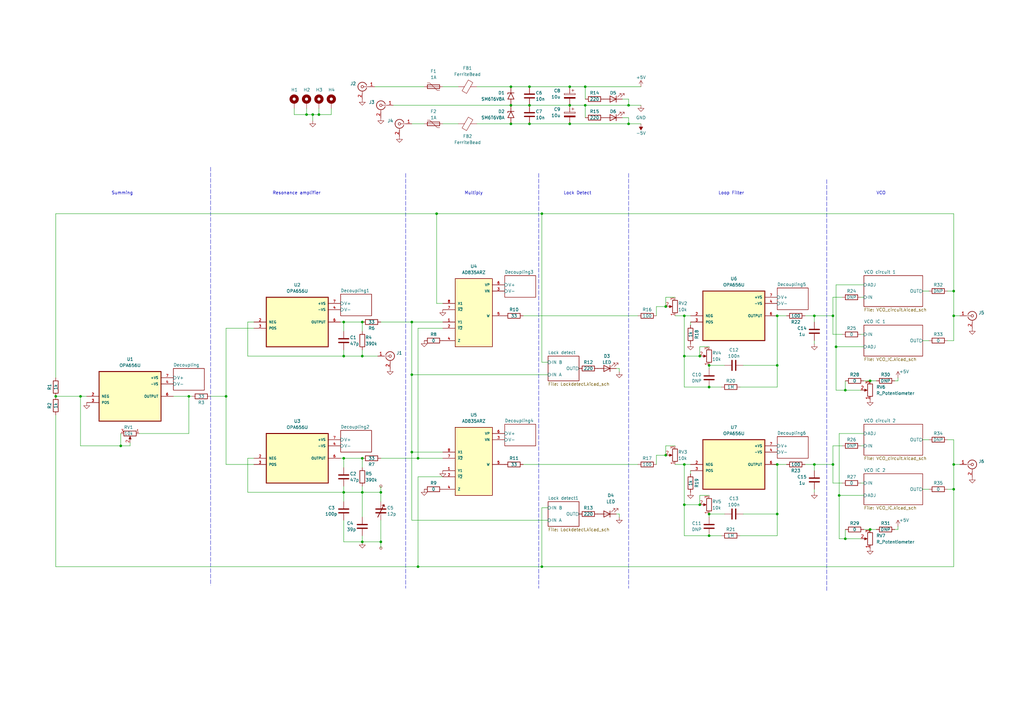
<source format=kicad_sch>
(kicad_sch (version 20230121) (generator eeschema)
  (paper "A3")
  (junction (at 318.77 190.5))
  (junction (at 318.77 210.82))
  (junction (at 342.9 142.24))
  (junction (at 391.16 119.38))
  (junction (at 209.55 50.8))
  (junction (at 346.71 220.98))
  (junction (at 140.97 146.05))
  (junction (at 179.07 87.63))
  (junction (at 217.17 35.56))
  (junction (at 280.67 129.54))
  (junction (at 273.05 186.69))
  (junction (at 341.63 129.54))
  (junction (at 287.02 146.05))
  (junction (at 148.59 222.25))
  (junction (at 125.73 46.99))
  (junction (at 280.67 146.05))
  (junction (at 140.97 187.96))
  (junction (at 391.16 200.66))
  (junction (at 156.21 201.93))
  (junction (at 273.05 125.73))
  (junction (at 222.25 87.63))
  (junction (at 148.59 201.93))
  (junction (at 280.67 190.5))
  (junction (at 209.55 43.18))
  (junction (at 318.77 149.86))
  (junction (at 233.68 50.8))
  (junction (at 171.45 187.96))
  (junction (at 290.83 210.82))
  (junction (at 356.87 217.17))
  (junction (at 222.25 232.41))
  (junction (at 140.97 132.08))
  (junction (at 217.17 50.8))
  (junction (at 168.91 185.42))
  (junction (at 346.71 160.02))
  (junction (at 290.83 219.71))
  (junction (at 156.21 222.25))
  (junction (at 257.81 50.8))
  (junction (at 391.16 190.5))
  (junction (at 257.81 43.18))
  (junction (at 334.01 129.54))
  (junction (at 287.02 207.01))
  (junction (at 168.91 132.08))
  (junction (at 148.59 146.05))
  (junction (at 168.91 153.67))
  (junction (at 240.03 35.56))
  (junction (at 356.87 156.21))
  (junction (at 130.81 46.99))
  (junction (at 33.02 162.56))
  (junction (at 391.16 129.54))
  (junction (at 22.86 162.56))
  (junction (at 209.55 35.56))
  (junction (at 148.59 187.96))
  (junction (at 280.67 207.01))
  (junction (at 233.68 35.56))
  (junction (at 217.17 43.18))
  (junction (at 148.59 132.08))
  (junction (at 341.63 190.5))
  (junction (at 49.53 182.88))
  (junction (at 171.45 232.41))
  (junction (at 77.47 162.56))
  (junction (at 334.01 190.5))
  (junction (at 318.77 129.54))
  (junction (at 233.68 43.18))
  (junction (at 344.17 203.2))
  (junction (at 140.97 201.93))
  (junction (at 240.03 43.18))
  (junction (at 92.71 162.56))
  (junction (at 128.27 46.99))
  (junction (at 290.83 149.86))
  (junction (at 290.83 158.75))
  (wire (pts (xy 240.03 43.18) (xy 240.03 48.26)))
  (wire (pts (xy 252.73 151.13) (xy 254 151.13)))
  (wire (pts (xy 368.3 217.17) (xy 368.3 215.9)))
  (wire (pts (xy 22.86 87.63) (xy 179.07 87.63)))
  (wire (pts (xy 224.79 213.36) (xy 168.91 213.36)))
  (wire (pts (xy 257.81 40.64) (xy 257.81 43.18)))
  (wire (pts (xy 344.17 220.98) (xy 344.17 203.2)))
  (wire (pts (xy 77.47 162.56) (xy 78.74 162.56)))
  (wire (pts (xy 346.71 220.98) (xy 353.06 220.98)))
  (wire (pts (xy 378.46 119.38) (xy 381 119.38)))
  (wire (pts (xy 130.81 44.45) (xy 130.81 46.99)))
  (wire (pts (xy 356.87 156.21) (xy 359.41 156.21)))
  (wire (pts (xy 257.81 40.64) (xy 255.27 40.64)))
  (wire (pts (xy 181.61 195.58) (xy 171.45 195.58)))
  (wire (pts (xy 334.01 190.5) (xy 341.63 190.5)))
  (wire (pts (xy 391.16 190.5) (xy 391.16 200.66)))
  (wire (pts (xy 101.6 132.08) (xy 101.6 146.05)))
  (wire (pts (xy 252.73 210.82) (xy 254 210.82)))
  (wire (pts (xy 156.21 201.93) (xy 156.21 205.74)))
  (wire (pts (xy 240.03 35.56) (xy 233.68 35.56)))
  (polyline (pts (xy 86.36 68.58) (xy 86.36 240.03)) (stroke (width 0) (type dash)))
  (wire (pts (xy 344.17 203.2) (xy 354.33 203.2)))
  (wire (pts (xy 303.53 219.71) (xy 318.77 219.71)))
  (wire (pts (xy 318.77 190.5) (xy 322.58 190.5)))
  (wire (pts (xy 388.62 139.7) (xy 391.16 139.7)))
  (wire (pts (xy 280.67 207.01) (xy 287.02 207.01)))
  (wire (pts (xy 233.68 50.8) (xy 217.17 50.8)))
  (wire (pts (xy 391.16 129.54) (xy 393.7 129.54)))
  (wire (pts (xy 168.91 213.36) (xy 168.91 185.42)))
  (wire (pts (xy 161.29 43.18) (xy 209.55 43.18)))
  (wire (pts (xy 140.97 201.93) (xy 140.97 205.74)))
  (wire (pts (xy 101.6 146.05) (xy 140.97 146.05)))
  (wire (pts (xy 153.67 35.56) (xy 173.99 35.56)))
  (wire (pts (xy 257.81 48.26) (xy 257.81 50.8)))
  (wire (pts (xy 290.83 210.82) (xy 297.18 210.82)))
  (wire (pts (xy 171.45 187.96) (xy 181.61 187.96)))
  (wire (pts (xy 104.14 190.5) (xy 92.71 190.5)))
  (wire (pts (xy 140.97 222.25) (xy 148.59 222.25)))
  (wire (pts (xy 317.5 129.54) (xy 318.77 129.54)))
  (wire (pts (xy 290.83 158.75) (xy 280.67 158.75)))
  (wire (pts (xy 391.16 180.34) (xy 391.16 190.5)))
  (wire (pts (xy 33.02 182.88) (xy 49.53 182.88)))
  (wire (pts (xy 318.77 129.54) (xy 318.77 149.86)))
  (wire (pts (xy 318.77 210.82) (xy 304.8 210.82)))
  (wire (pts (xy 354.33 142.24) (xy 342.9 142.24)))
  (wire (pts (xy 139.7 132.08) (xy 140.97 132.08)))
  (wire (pts (xy 181.61 124.46) (xy 179.07 124.46)))
  (wire (pts (xy 391.16 139.7) (xy 391.16 129.54)))
  (wire (pts (xy 269.24 129.54) (xy 269.24 125.73)))
  (wire (pts (xy 367.03 156.21) (xy 368.3 156.21)))
  (wire (pts (xy 378.46 180.34) (xy 381 180.34)))
  (wire (pts (xy 217.17 35.56) (xy 209.55 35.56)))
  (wire (pts (xy 217.17 50.8) (xy 209.55 50.8)))
  (wire (pts (xy 287.02 142.24) (xy 287.02 146.05)))
  (wire (pts (xy 346.71 220.98) (xy 346.71 217.17)))
  (wire (pts (xy 341.63 182.88) (xy 341.63 190.5)))
  (wire (pts (xy 367.03 217.17) (xy 368.3 217.17)))
  (wire (pts (xy 345.44 137.16) (xy 341.63 137.16)))
  (wire (pts (xy 353.06 182.88) (xy 354.33 182.88)))
  (wire (pts (xy 378.46 200.66) (xy 381 200.66)))
  (wire (pts (xy 342.9 160.02) (xy 346.71 160.02)))
  (wire (pts (xy 214.63 129.54) (xy 261.62 129.54)))
  (wire (pts (xy 262.89 43.18) (xy 257.81 43.18)))
  (wire (pts (xy 222.25 87.63) (xy 391.16 87.63)))
  (wire (pts (xy 354.33 116.84) (xy 342.9 116.84)))
  (wire (pts (xy 181.61 50.8) (xy 187.96 50.8)))
  (wire (pts (xy 273.05 182.88) (xy 273.05 186.69)))
  (wire (pts (xy 92.71 162.56) (xy 92.71 134.62)))
  (wire (pts (xy 148.59 222.25) (xy 156.21 222.25)))
  (wire (pts (xy 222.25 232.41) (xy 391.16 232.41)))
  (wire (pts (xy 77.47 162.56) (xy 71.12 162.56)))
  (wire (pts (xy 318.77 129.54) (xy 322.58 129.54)))
  (wire (pts (xy 140.97 201.93) (xy 148.59 201.93)))
  (wire (pts (xy 287.02 203.2) (xy 287.02 207.01)))
  (wire (pts (xy 168.91 153.67) (xy 224.79 153.67)))
  (wire (pts (xy 290.83 210.82) (xy 290.83 212.09)))
  (wire (pts (xy 353.06 121.92) (xy 354.33 121.92)))
  (wire (pts (xy 101.6 201.93) (xy 140.97 201.93)))
  (wire (pts (xy 57.15 177.8) (xy 77.47 177.8)))
  (wire (pts (xy 125.73 44.45) (xy 125.73 46.99)))
  (polyline (pts (xy 257.81 71.12) (xy 257.81 241.3)) (stroke (width 0) (type dash)))
  (wire (pts (xy 156.21 187.96) (xy 171.45 187.96)))
  (wire (pts (xy 341.63 137.16) (xy 341.63 129.54)))
  (wire (pts (xy 334.01 200.66) (xy 334.01 201.93)))
  (wire (pts (xy 168.91 132.08) (xy 168.91 153.67)))
  (wire (pts (xy 354.33 217.17) (xy 356.87 217.17)))
  (wire (pts (xy 148.59 222.25) (xy 148.59 219.71)))
  (wire (pts (xy 334.01 139.7) (xy 334.01 140.97)))
  (wire (pts (xy 290.83 219.71) (xy 280.67 219.71)))
  (wire (pts (xy 120.65 46.99) (xy 125.73 46.99)))
  (wire (pts (xy 140.97 213.36) (xy 140.97 222.25)))
  (wire (pts (xy 181.61 35.56) (xy 187.96 35.56)))
  (polyline (pts (xy 166.37 71.12) (xy 166.37 241.3)) (stroke (width 0) (type dash)))
  (wire (pts (xy 356.87 217.17) (xy 359.41 217.17)))
  (wire (pts (xy 148.59 146.05) (xy 154.94 146.05)))
  (wire (pts (xy 148.59 187.96) (xy 148.59 191.77)))
  (wire (pts (xy 139.7 187.96) (xy 140.97 187.96)))
  (wire (pts (xy 171.45 195.58) (xy 171.45 232.41)))
  (wire (pts (xy 330.2 129.54) (xy 334.01 129.54)))
  (wire (pts (xy 148.59 132.08) (xy 148.59 135.89)))
  (polyline (pts (xy 339.09 73.66) (xy 339.09 242.57)) (stroke (width 0) (type dash)))
  (wire (pts (xy 181.61 134.62) (xy 171.45 134.62)))
  (wire (pts (xy 148.59 201.93) (xy 156.21 201.93)))
  (wire (pts (xy 354.33 137.16) (xy 353.06 137.16)))
  (wire (pts (xy 346.71 160.02) (xy 353.06 160.02)))
  (wire (pts (xy 140.97 187.96) (xy 148.59 187.96)))
  (wire (pts (xy 391.16 200.66) (xy 391.16 232.41)))
  (wire (pts (xy 49.53 182.88) (xy 53.34 182.88)))
  (wire (pts (xy 92.71 134.62) (xy 104.14 134.62)))
  (wire (pts (xy 318.77 190.5) (xy 318.77 210.82)))
  (wire (pts (xy 354.33 198.12) (xy 353.06 198.12)))
  (wire (pts (xy 344.17 220.98) (xy 346.71 220.98)))
  (wire (pts (xy 276.86 190.5) (xy 280.67 190.5)))
  (wire (pts (xy 290.83 149.86) (xy 290.83 151.13)))
  (wire (pts (xy 368.3 156.21) (xy 368.3 154.94)))
  (wire (pts (xy 280.67 129.54) (xy 283.21 129.54)))
  (wire (pts (xy 156.21 222.25) (xy 156.21 224.79)))
  (wire (pts (xy 53.34 182.88) (xy 53.34 181.61)))
  (wire (pts (xy 388.62 200.66) (xy 391.16 200.66)))
  (wire (pts (xy 388.62 119.38) (xy 391.16 119.38)))
  (wire (pts (xy 276.86 129.54) (xy 280.67 129.54)))
  (wire (pts (xy 388.62 180.34) (xy 391.16 180.34)))
  (wire (pts (xy 179.07 87.63) (xy 222.25 87.63)))
  (wire (pts (xy 209.55 35.56) (xy 195.58 35.56)))
  (wire (pts (xy 148.59 201.93) (xy 148.59 212.09)))
  (wire (pts (xy 240.03 43.18) (xy 233.68 43.18)))
  (wire (pts (xy 280.67 146.05) (xy 280.67 158.75)))
  (wire (pts (xy 168.91 132.08) (xy 181.61 132.08)))
  (wire (pts (xy 179.07 87.63) (xy 179.07 124.46)))
  (wire (pts (xy 283.21 132.08) (xy 283.21 133.35)))
  (wire (pts (xy 354.33 177.8) (xy 344.17 177.8)))
  (wire (pts (xy 354.33 156.21) (xy 356.87 156.21)))
  (wire (pts (xy 168.91 50.8) (xy 173.99 50.8)))
  (wire (pts (xy 330.2 190.5) (xy 334.01 190.5)))
  (wire (pts (xy 33.02 162.56) (xy 35.56 162.56)))
  (wire (pts (xy 317.5 190.5) (xy 318.77 190.5)))
  (wire (pts (xy 233.68 35.56) (xy 217.17 35.56)))
  (wire (pts (xy 156.21 213.36) (xy 156.21 222.25)))
  (wire (pts (xy 140.97 132.08) (xy 148.59 132.08)))
  (wire (pts (xy 262.89 35.56) (xy 240.03 35.56)))
  (wire (pts (xy 33.02 162.56) (xy 33.02 182.88)))
  (wire (pts (xy 22.86 162.56) (xy 33.02 162.56)))
  (wire (pts (xy 269.24 190.5) (xy 269.24 186.69)))
  (wire (pts (xy 334.01 129.54) (xy 334.01 132.08)))
  (wire (pts (xy 156.21 201.93) (xy 156.21 199.39)))
  (wire (pts (xy 125.73 46.99) (xy 128.27 46.99)))
  (wire (pts (xy 269.24 125.73) (xy 273.05 125.73)))
  (wire (pts (xy 290.83 149.86) (xy 297.18 149.86)))
  (wire (pts (xy 168.91 185.42) (xy 181.61 185.42)))
  (wire (pts (xy 269.24 186.69) (xy 273.05 186.69)))
  (wire (pts (xy 22.86 87.63) (xy 22.86 154.94)))
  (wire (pts (xy 86.36 162.56) (xy 92.71 162.56)))
  (wire (pts (xy 104.14 132.08) (xy 101.6 132.08)))
  (wire (pts (xy 135.89 46.99) (xy 135.89 44.45)))
  (wire (pts (xy 140.97 132.08) (xy 140.97 135.89)))
  (wire (pts (xy 168.91 153.67) (xy 168.91 185.42)))
  (wire (pts (xy 104.14 187.96) (xy 101.6 187.96)))
  (wire (pts (xy 254 151.13) (xy 254 152.4)))
  (wire (pts (xy 171.45 134.62) (xy 171.45 187.96)))
  (wire (pts (xy 318.77 158.75) (xy 318.77 149.86)))
  (wire (pts (xy 257.81 48.26) (xy 255.27 48.26)))
  (wire (pts (xy 224.79 148.59) (xy 222.25 148.59)))
  (wire (pts (xy 276.86 182.88) (xy 273.05 182.88)))
  (wire (pts (xy 280.67 207.01) (xy 280.67 219.71)))
  (wire (pts (xy 92.71 162.56) (xy 92.71 190.5)))
  (wire (pts (xy 318.77 149.86) (xy 304.8 149.86)))
  (wire (pts (xy 345.44 198.12) (xy 341.63 198.12)))
  (wire (pts (xy 233.68 50.8) (xy 257.81 50.8)))
  (wire (pts (xy 22.86 232.41) (xy 171.45 232.41)))
  (wire (pts (xy 130.81 46.99) (xy 135.89 46.99)))
  (wire (pts (xy 273.05 121.92) (xy 273.05 125.73)))
  (wire (pts (xy 240.03 35.56) (xy 240.03 40.64)))
  (wire (pts (xy 140.97 199.39) (xy 140.97 201.93)))
  (wire (pts (xy 391.16 119.38) (xy 391.16 129.54)))
  (wire (pts (xy 171.45 232.41) (xy 222.25 232.41)))
  (wire (pts (xy 345.44 182.88) (xy 341.63 182.88)))
  (wire (pts (xy 280.67 146.05) (xy 287.02 146.05)))
  (wire (pts (xy 233.68 43.18) (xy 217.17 43.18)))
  (wire (pts (xy 341.63 198.12) (xy 341.63 190.5)))
  (wire (pts (xy 290.83 142.24) (xy 287.02 142.24)))
  (wire (pts (xy 101.6 187.96) (xy 101.6 201.93)))
  (wire (pts (xy 257.81 43.18) (xy 240.03 43.18)))
  (wire (pts (xy 280.67 190.5) (xy 280.67 207.01)))
  (wire (pts (xy 140.97 146.05) (xy 148.59 146.05)))
  (wire (pts (xy 222.25 208.28) (xy 222.25 232.41)))
  (wire (pts (xy 334.01 190.5) (xy 334.01 193.04)))
  (wire (pts (xy 295.91 158.75) (xy 290.83 158.75)))
  (wire (pts (xy 318.77 219.71) (xy 318.77 210.82)))
  (wire (pts (xy 344.17 177.8) (xy 344.17 203.2)))
  (wire (pts (xy 276.86 121.92) (xy 273.05 121.92)))
  (wire (pts (xy 128.27 46.99) (xy 130.81 46.99)))
  (wire (pts (xy 148.59 201.93) (xy 148.59 199.39)))
  (wire (pts (xy 120.65 44.45) (xy 120.65 46.99)))
  (wire (pts (xy 342.9 142.24) (xy 342.9 160.02)))
  (wire (pts (xy 283.21 193.04) (xy 283.21 194.31)))
  (wire (pts (xy 140.97 143.51) (xy 140.97 146.05)))
  (wire (pts (xy 295.91 219.71) (xy 290.83 219.71)))
  (wire (pts (xy 254 210.82) (xy 254 212.09)))
  (wire (pts (xy 209.55 43.18) (xy 217.17 43.18)))
  (wire (pts (xy 341.63 121.92) (xy 345.44 121.92)))
  (wire (pts (xy 280.67 129.54) (xy 280.67 146.05)))
  (polyline (pts (xy 220.98 71.12) (xy 220.98 241.3)) (stroke (width 0) (type dash)))
  (wire (pts (xy 257.81 50.8) (xy 262.89 50.8)))
  (wire (pts (xy 342.9 116.84) (xy 342.9 142.24)))
  (wire (pts (xy 391.16 87.63) (xy 391.16 119.38)))
  (wire (pts (xy 214.63 190.5) (xy 261.62 190.5)))
  (wire (pts (xy 341.63 129.54) (xy 341.63 121.92)))
  (wire (pts (xy 222.25 148.59) (xy 222.25 87.63)))
  (wire (pts (xy 22.86 170.18) (xy 22.86 232.41)))
  (wire (pts (xy 280.67 190.5) (xy 283.21 190.5)))
  (wire (pts (xy 140.97 187.96) (xy 140.97 191.77)))
  (wire (pts (xy 77.47 177.8) (xy 77.47 162.56)))
  (wire (pts (xy 303.53 158.75) (xy 318.77 158.75)))
  (wire (pts (xy 378.46 139.7) (xy 381 139.7)))
  (wire (pts (xy 156.21 132.08) (xy 168.91 132.08)))
  (wire (pts (xy 49.53 177.8) (xy 49.53 182.88)))
  (wire (pts (xy 128.27 46.99) (xy 128.27 49.53)))
  (wire (pts (xy 391.16 190.5) (xy 393.7 190.5)))
  (wire (pts (xy 334.01 129.54) (xy 341.63 129.54)))
  (wire (pts (xy 346.71 160.02) (xy 346.71 156.21)))
  (wire (pts (xy 148.59 146.05) (xy 148.59 143.51)))
  (wire (pts (xy 224.79 208.28) (xy 222.25 208.28)))
  (wire (pts (xy 290.83 203.2) (xy 287.02 203.2)))
  (wire (pts (xy 209.55 50.8) (xy 195.58 50.8)))
  (text "VCO\n" (at 359.41 80.01 0) (effects (font (size 1.27 1.27)) (justify left bottom)))
  (text "Loop Filter" (at 294.64 80.01 0) (effects (font (size 1.27 1.27)) (justify left bottom)))
  (text "Multiply\n" (at 190.5 80.01 0) (effects (font (size 1.27 1.27)) (justify left bottom)))
  (text "Summing\n" (at 45.72 80.01 0) (effects (font (size 1.27 1.27)) (justify left bottom)))
  (text "Lock Detect" (at 231.14 80.01 0) (effects (font (size 1.27 1.27)) (justify left bottom)))
  (text "Resonance amplifier" (at 111.76 80.01 0) (effects (font (size 1.27 1.27)) (justify left bottom)))
  (symbol (lib_id "power:GND") (at 283.21 140.97 0) (unit 1)
    (property "Reference" "#PWR014" (effects hide))
    (property "Value" "GND" (effects hide))
  )
  (symbol (lib_id "Device:R") (at 363.22 217.17 270) (unit 1)
    (property "Reference" "R31" (at 363.22 214.63 90))
    (property "Value" "DNP" (at 363.22 217.17 90))
    (property "Footprint" "Resistor_SMD:R_1206_3216Metric_Pad1.30x1.75mm_HandSolder" (effects hide))
  )
  (symbol (lib_id "Device:R_Potentiometer") (at 53.34 177.8 270) (unit 1)
    (property "Reference" "RV1" (at 54.61 175.26 90) (effects (justify right)))
    (property "Value" "10k" (at 54.61 177.8 90) (effects (justify right)))
    (property "Footprint" "Potentiometer_THT:Potentiometer_Bourns_3296Y_Vertical" (effects hide))
  )
  (symbol (lib_id "Device:R") (at 350.52 156.21 90) (unit 1)
    (property "Reference" "R28" (at 350.52 153.67 90))
    (property "Value" "0" (at 350.52 156.21 90))
    (property "Footprint" "Resistor_SMD:R_1206_3216Metric_Pad1.30x1.75mm_HandSolder" (effects hide))
  )
  (symbol (lib_id "Device:R") (at 384.81 139.7 90) (unit 1)
    (property "Reference" "R33" (at 384.81 137.16 90))
    (property "Value" "0" (at 384.81 139.7 90))
    (property "Footprint" "Resistor_SMD:R_1206_3216Metric_Pad1.30x1.75mm_HandSolder" (effects hide))
  )
  (symbol (lib_id "Diode:SM6T6V8A") (at 209.55 46.99 90) (mirror x) (unit 1)
    (property "Reference" "D2" (at 207.01 45.72 90) (effects (justify left)))
    (property "Value" "SM6T6V8A" (at 207.01 48.26 90) (effects (justify left)))
    (property "Footprint" "Diode_SMD:D_2114_3652Metric_Pad1.85x3.75mm_HandSolder" (effects hide))
    (property "Datasheet" "https://www.st.com/resource/en/datasheet/sm6t.pdf" (effects hide))
  )
  (symbol (lib_id "power:GND") (at 398.78 195.58 0) (unit 1)
    (property "Reference" "#PWR023" (effects hide))
    (property "Value" "GND" (effects hide))
  )
  (symbol (lib_id "Device:C") (at 290.83 154.94 180) (unit 1)
    (property "Reference" "C10" (at 285.75 153.67 0))
    (property "Value" "DNP" (at 285.75 156.21 0))
    (property "Footprint" "Capacitor_SMD:C_1206_3216Metric" (effects hide))
  )
  (symbol (lib_id "power:+5V") (at 368.3 215.9 0) (unit 1)
    (property "Reference" "#PWR021" (effects hide))
    (property "Value" "+5V" (at 370.84 213.36 0))
  )
  (symbol (lib_id "Device:R_Potentiometer") (at 276.86 125.73 180) (unit 1)
    (property "Reference" "RV2" (at 278.13 124.46 0) (effects (justify right)))
    (property "Value" "10k" (at 278.13 127 0) (effects (justify right)))
    (property "Footprint" "Potentiometer_THT:Potentiometer_Bourns_3296Y_Vertical" (effects hide))
  )
  (symbol (lib_id "Device:R") (at 265.43 129.54 90) (unit 1)
    (property "Reference" "R16" (at 265.43 127 90))
    (property "Value" "100" (at 265.43 129.54 90))
    (property "Footprint" "Resistor_SMD:R_1206_3216Metric_Pad1.30x1.75mm_HandSolder" (effects hide))
  )
  (symbol (lib_id "AD835ARZ:AD835ARZ") (at 194.31 129.54 0) (unit 1)
    (property "Reference" "U4" (at 194.31 109.22 0))
    (property "Value" "AD835ARZ" (at 194.31 111.76 0))
    (property "Footprint" "Package_SO:SOIC-8_3.9x4.9mm_P1.27mm" (effects hide))
    (property "MF" "Analog Devices" (effects hide))
    (property "Description" "\n                        \n                            250 MHz, Voltage Output 4-Quadrant Multiplier\n                        \n" (effects hide))
    (property "PACKAGE" "SOIC-8" (effects hide))
    (property "Price" "None" (effects hide))
    (property "Package" "SOIC-8 Analog Devices" (effects hide))
    (property "Check_prices" "https://www.snapeda.com/parts/AD835ARZ/Analog+Devices/view-part/?ref=eda" (effects hide))
    (property "STANDARD" "IPC-7351B" (effects hide))
    (property "PARTREV" "E" (effects hide))
    (property "SnapEDA_Link" "https://www.snapeda.com/parts/AD835ARZ/Analog+Devices/view-part/?ref=snap" (effects hide))
    (property "MP" "AD835ARZ" (effects hide))
    (property "Availability" "In Stock" (effects hide))
    (property "MANUFACTURER" "Analog Devices" (effects hide))
  )
  (symbol (lib_id "power:GND") (at 283.21 201.93 0) (unit 1)
    (property "Reference" "#PWR015" (effects hide))
    (property "Value" "GND" (effects hide))
  )
  (symbol (lib_id "Device:R") (at 241.3 210.82 90) (unit 1)
    (property "Reference" "R13" (at 241.3 208.28 90))
    (property "Value" "220" (at 241.3 210.82 90))
    (property "Footprint" "Resistor_SMD:R_1206_3216Metric_Pad1.30x1.75mm_HandSolder" (effects hide))
  )
  (symbol (lib_id "Connector:TestPoint_Small") (at 156.21 199.39 90) (unit 1)
    (property "Reference" "TP1" (effects hide))
    (property "Value" "TestPoint_Small" (effects hide))
    (property "Footprint" "TestPoint:TestPoint_Pad_2.0x2.0mm" (effects hide))
  )
  (symbol (lib_id "Device:C_Variable") (at 156.21 209.55 0) (unit 1)
    (property "Reference" "C5" (at 158.75 208.28 0) (effects (justify left)))
    (property "Value" "12p" (at 158.75 210.82 0) (effects (justify left)))
    (property "Footprint" "lib:Trimmer Cap 6mm" (effects hide))
  )
  (symbol (lib_id "Device:R") (at 210.82 129.54 90) (unit 1)
    (property "Reference" "R10" (at 210.82 127 90))
    (property "Value" "33" (at 210.82 129.54 90))
    (property "Footprint" "Resistor_SMD:R_1206_3216Metric_Pad1.30x1.75mm_HandSolder" (effects hide))
  )
  (symbol (lib_id "Device:C") (at 148.59 215.9 0) (unit 1)
    (property "Reference" "C4" (at 142.24 214.63 0) (effects (justify left)))
    (property "Value" "39p" (at 142.24 217.17 0) (effects (justify left)))
    (property "Footprint" "Capacitor_SMD:C_1206_3216Metric" (effects hide))
  )
  (symbol (lib_id "Connector:Conn_Coaxial") (at 156.21 43.18 0) (mirror y) (unit 1)
    (property "Reference" "J3" (at 153.67 41.91 0) (effects (justify left)))
    (property "Value" "Conn_Coaxial" (effects hide))
    (property "Footprint" "lib:S16N-PC" (effects hide))
    (property "Datasheet" " ~" (effects hide))
  )
  (symbol (lib_id "power:GND") (at 398.78 134.62 0) (unit 1)
    (property "Reference" "#PWR022" (effects hide))
    (property "Value" "GND" (effects hide))
  )
  (symbol (lib_id "Device:R") (at 349.25 182.88 90) (unit 1)
    (property "Reference" "R26" (at 349.25 180.34 90))
    (property "Value" "DNP" (at 349.25 182.88 90))
    (property "Footprint" "Resistor_SMD:R_1206_3216Metric_Pad1.30x1.75mm_HandSolder" (effects hide))
  )
  (symbol (lib_id "Connector:Conn_Coaxial") (at 148.59 35.56 0) (mirror y) (unit 1)
    (property "Reference" "J2" (at 146.05 34.29 0) (effects (justify left)))
    (property "Value" "Conn_Coaxial" (effects hide))
    (property "Footprint" "lib:S16N-PC" (effects hide))
    (property "Datasheet" " ~" (effects hide))
  )
  (symbol (lib_id "Connector:TestPoint_Small") (at 156.21 224.79 270) (unit 1)
    (property "Reference" "TP2" (effects hide))
    (property "Value" "TestPoint_Small" (effects hide))
    (property "Footprint" "TestPoint:TestPoint_Pad_2.0x2.0mm" (effects hide))
  )
  (symbol (lib_id "OPA656U:OPA656U") (at 121.92 187.96 0) (unit 1)
    (property "Reference" "U3" (at 121.92 172.72 0))
    (property "Value" "OPA656U" (at 121.92 175.26 0))
    (property "Footprint" "Package_SO:SOIC-8_3.9x4.9mm_P1.27mm" (effects hide))
    (property "MF" "Texas Instruments" (effects hide))
    (property "Description" "\n                        \n                            Wideband, Unity Gain Stable FET-Input Operational Amplifier\n                        \n" (effects hide))
    (property "Package" "SOIC-8 Texas Instruments" (effects hide))
    (property "Price" "None" (effects hide))
    (property "SnapEDA_Link" "https://www.snapeda.com/parts/OPA656U/Texas+Instruments/view-part/?ref=snap" (effects hide))
    (property "MP" "OPA656U" (effects hide))
    (property "Availability" "In Stock" (effects hide))
    (property "Check_prices" "https://www.snapeda.com/parts/OPA656U/Texas+Instruments/view-part/?ref=eda" (effects hide))
  )
  (symbol (lib_id "power:+5V") (at 368.3 154.94 0) (unit 1)
    (property "Reference" "#PWR020" (effects hide))
    (property "Value" "+5V" (at 370.84 152.4 0))
  )
  (symbol (lib_id "power:GND") (at 128.27 49.53 0) (unit 1)
    (property "Reference" "#PWR02" (effects hide))
    (property "Value" "GND" (effects hide))
  )
  (symbol (lib_id "Device:C") (at 217.17 39.37 0) (unit 1)
    (property "Reference" "C6" (at 219.71 38.1 0) (effects (justify left)))
    (property "Value" "10n" (at 219.71 40.64 0) (effects (justify left)))
    (property "Footprint" "Capacitor_SMD:C_1206_3216Metric" (effects hide))
  )
  (symbol (lib_id "Device:R") (at 326.39 129.54 90) (unit 1)
    (property "Reference" "R22" (at 326.39 132.08 90))
    (property "Value" "100" (at 326.39 129.54 90))
    (property "Footprint" "Resistor_SMD:R_1206_3216Metric_Pad1.30x1.75mm_HandSolder" (effects hide))
  )
  (symbol (lib_id "power:GND") (at 181.61 193.04 0) (unit 1)
    (property "Reference" "#PWR08" (effects hide))
    (property "Value" "GND" (effects hide))
  )
  (symbol (lib_id "Device:R") (at 22.86 158.75 180) (unit 1)
    (property "Reference" "R1" (at 20.32 158.75 90))
    (property "Value" "1k" (at 22.86 158.75 90))
    (property "Footprint" "Resistor_SMD:R_1206_3216Metric_Pad1.30x1.75mm_HandSolder" (effects hide))
  )
  (symbol (lib_id "Device:R") (at 299.72 219.71 90) (unit 1)
    (property "Reference" "R21" (at 299.72 217.17 90))
    (property "Value" "1M" (at 299.72 219.71 90))
    (property "Footprint" "Resistor_SMD:R_1206_3216Metric_Pad1.30x1.75mm_HandSolder" (effects hide))
  )
  (symbol (lib_id "power:GND") (at 262.89 43.18 0) (mirror y) (unit 1)
    (property "Reference" "#PWR012" (effects hide))
    (property "Value" "GND" (at 262.89 48.26 0))
  )
  (symbol (lib_id "Device:C") (at 140.97 139.7 0) (unit 1)
    (property "Reference" "C1" (at 143.51 138.43 0) (effects (justify left)))
    (property "Value" "47p" (at 143.51 140.97 0) (effects (justify left)))
    (property "Footprint" "Capacitor_SMD:C_1206_3216Metric" (effects hide))
  )
  (symbol (lib_id "AD835ARZ:AD835ARZ") (at 194.31 190.5 0) (unit 1)
    (property "Reference" "U5" (at 194.31 170.18 0))
    (property "Value" "AD835ARZ" (at 194.31 172.72 0))
    (property "Footprint" "Package_SO:SOIC-8_3.9x4.9mm_P1.27mm" (effects hide))
    (property "MF" "Analog Devices" (effects hide))
    (property "Description" "\n                        \n                            250 MHz, Voltage Output 4-Quadrant Multiplier\n                        \n" (effects hide))
    (property "PACKAGE" "SOIC-8" (effects hide))
    (property "Price" "None" (effects hide))
    (property "Package" "SOIC-8 Analog Devices" (effects hide))
    (property "Check_prices" "https://www.snapeda.com/parts/AD835ARZ/Analog+Devices/view-part/?ref=eda" (effects hide))
    (property "STANDARD" "IPC-7351B" (effects hide))
    (property "PARTREV" "E" (effects hide))
    (property "SnapEDA_Link" "https://www.snapeda.com/parts/AD835ARZ/Analog+Devices/view-part/?ref=snap" (effects hide))
    (property "MP" "AD835ARZ" (effects hide))
    (property "Availability" "In Stock" (effects hide))
    (property "MANUFACTURER" "Analog Devices" (effects hide))
  )
  (symbol (lib_id "Device:R_Potentiometer") (at 356.87 160.02 180) (unit 1)
    (property "Reference" "RV6" (at 359.41 158.75 0) (effects (justify right)))
    (property "Value" "R_Potentiometer" (at 359.41 161.29 0) (effects (justify right)))
    (property "Footprint" "lib:TRIM_3590S-2-103L" (effects hide))
  )
  (symbol (lib_id "Device:LED") (at 248.92 210.82 180) (unit 1)
    (property "Reference" "D4" (at 250.5075 203.2 0))
    (property "Value" "LED" (at 250.5075 205.74 0))
    (property "Footprint" "LED_THT:LED_D5.0mm_Clear" (effects hide))
  )
  (symbol (lib_id "Device:Polyfuse") (at 177.8 50.8 90) (mirror x) (unit 1)
    (property "Reference" "F2" (at 177.8 45.72 90))
    (property "Value" "1A" (at 177.8 48.26 90))
    (property "Footprint" "Fuse:Fuse_2920_7451Metric_Pad2.10x5.45mm_HandSolder" (effects hide))
  )
  (symbol (lib_id "power:GND") (at 334.01 201.93 0) (unit 1)
    (property "Reference" "#PWR017" (effects hide))
    (property "Value" "GND" (effects hide))
  )
  (symbol (lib_id "Device:C") (at 334.01 196.85 180) (unit 1)
    (property "Reference" "C15" (at 328.93 195.58 0))
    (property "Value" "1u" (at 328.93 198.12 0))
    (property "Footprint" "Capacitor_SMD:C_1210_3225Metric" (effects hide))
  )
  (symbol (lib_id "Connector:Conn_Coaxial") (at 398.78 190.5 0) (unit 1)
    (property "Reference" "J6" (at 401.32 189.23 0) (effects (justify left)))
    (property "Value" "Conn_Coaxial" (effects hide))
    (property "Footprint" "lib:SAMTEC_BNC5-J-P-GN-RA-BH2D" (effects hide))
    (property "Datasheet" " ~" (effects hide))
  )
  (symbol (lib_id "Device:C") (at 300.99 149.86 90) (unit 1)
    (property "Reference" "C12" (at 300.99 143.51 90))
    (property "Value" "100n" (at 300.99 146.05 90))
    (property "Footprint" "Capacitor_SMD:C_1206_3216Metric" (effects hide))
  )
  (symbol (lib_id "power:GND") (at 173.99 200.66 0) (unit 1)
    (property "Reference" "#PWR06" (effects hide))
    (property "Value" "GND" (effects hide))
  )
  (symbol (lib_id "Device:R") (at 299.72 158.75 90) (unit 1)
    (property "Reference" "R20" (at 299.72 156.21 90))
    (property "Value" "1M" (at 299.72 158.75 90))
    (property "Footprint" "Resistor_SMD:R_1206_3216Metric_Pad1.30x1.75mm_HandSolder" (effects hide))
  )
  (symbol (lib_id "power:+5V") (at 262.89 35.56 0) (mirror y) (unit 1)
    (property "Reference" "#PWR011" (effects hide))
    (property "Value" "+5V" (at 262.89 31.75 0))
  )
  (symbol (lib_id "Device:Polyfuse") (at 177.8 35.56 270) (mirror x) (unit 1)
    (property "Reference" "F1" (at 177.8 29.21 90))
    (property "Value" "1A" (at 177.8 31.75 90))
    (property "Footprint" "Fuse:Fuse_2920_7451Metric_Pad2.10x5.45mm_HandSolder" (effects hide))
  )
  (symbol (lib_id "power:GND") (at 334.01 140.97 0) (unit 1)
    (property "Reference" "#PWR016" (effects hide))
    (property "Value" "GND" (effects hide))
  )
  (symbol (lib_id "Device:C") (at 140.97 195.58 0) (unit 1)
    (property "Reference" "C2" (at 143.51 194.31 0) (effects (justify left)))
    (property "Value" "47p" (at 143.51 196.85 0) (effects (justify left)))
    (property "Footprint" "Capacitor_SMD:C_1206_3216Metric" (effects hide))
  )
  (symbol (lib_id "Device:C") (at 334.01 135.89 180) (unit 1)
    (property "Reference" "C14" (at 328.93 134.62 0))
    (property "Value" "1u" (at 328.93 137.16 0))
    (property "Footprint" "Capacitor_SMD:C_1210_3225Metric" (effects hide))
  )
  (symbol (lib_id "Device:R_Potentiometer") (at 290.83 146.05 180) (unit 1)
    (property "Reference" "RV4" (at 292.1 144.78 0) (effects (justify right)))
    (property "Value" "10k" (at 292.1 147.32 0) (effects (justify right)))
    (property "Footprint" "Potentiometer_THT:Potentiometer_Bourns_3296Y_Vertical" (effects hide))
  )
  (symbol (lib_id "Device:R_Potentiometer") (at 276.86 186.69 180) (unit 1)
    (property "Reference" "RV3" (at 278.13 185.42 0) (effects (justify right)))
    (property "Value" "10k" (at 278.13 187.96 0) (effects (justify right)))
    (property "Footprint" "Potentiometer_THT:Potentiometer_Bourns_3296Y_Vertical" (effects hide))
  )
  (symbol (lib_id "Device:LED") (at 251.46 48.26 180) (unit 1)
    (property "Reference" "D6" (at 251.46 45.72 0))
    (property "Value" "LED" (effects hide))
    (property "Footprint" "LED_THT:LED_D5.0mm_Clear" (effects hide))
  )
  (symbol (lib_id "Device:C") (at 217.17 46.99 0) (unit 1)
    (property "Reference" "C7" (at 219.71 45.72 0) (effects (justify left)))
    (property "Value" "10n" (at 219.71 48.26 0) (effects (justify left)))
    (property "Footprint" "Capacitor_SMD:C_1206_3216Metric" (effects hide))
  )
  (symbol (lib_id "Device:R") (at 22.86 166.37 180) (unit 1)
    (property "Reference" "R2" (at 20.32 166.37 90))
    (property "Value" "1k" (at 22.86 166.37 90))
    (property "Footprint" "Resistor_SMD:R_1206_3216Metric_Pad1.30x1.75mm_HandSolder" (effects hide))
  )
  (symbol (lib_id "Device:C") (at 300.99 210.82 90) (unit 1)
    (property "Reference" "C13" (at 300.99 204.47 90))
    (property "Value" "100n" (at 300.99 207.01 90))
    (property "Footprint" "Capacitor_SMD:C_1206_3216Metric" (effects hide))
  )
  (symbol (lib_id "Device:C_Polarized") (at 233.68 46.99 0) (mirror y) (unit 1)
    (property "Reference" "C9" (at 229.87 44.831 0) (effects (justify left)))
    (property "Value" "10u" (at 229.87 47.371 0) (effects (justify left)))
    (property "Footprint" "Capacitor_SMD:CP_Elec_8x11.9" (effects hide))
  )
  (symbol (lib_id "Device:C") (at 290.83 215.9 180) (unit 1)
    (property "Reference" "C11" (at 285.75 214.63 0))
    (property "Value" "DNP" (at 285.75 217.17 0))
    (property "Footprint" "Capacitor_SMD:C_1206_3216Metric" (effects hide))
  )
  (symbol (lib_id "power:GND") (at 181.61 127 0) (unit 1)
    (property "Reference" "#PWR07" (effects hide))
    (property "Value" "GND" (effects hide))
  )
  (symbol (lib_id "Device:R") (at 384.81 180.34 90) (unit 1)
    (property "Reference" "R34" (at 384.81 177.8 90))
    (property "Value" "DNP" (at 384.81 180.34 90))
    (property "Footprint" "Resistor_SMD:R_1206_3216Metric_Pad1.30x1.75mm_HandSolder" (effects hide))
  )
  (symbol (lib_id "Device:R") (at 152.4 132.08 90) (unit 1)
    (property "Reference" "R6" (at 152.4 134.62 90))
    (property "Value" "33" (at 152.4 132.08 90))
    (property "Footprint" "Resistor_SMD:R_1206_3216Metric_Pad1.30x1.75mm_HandSolder" (effects hide))
  )
  (symbol (lib_id "power:GND") (at 148.59 40.64 0) (mirror y) (unit 1)
    (property "Reference" "#PWR089" (effects hide))
    (property "Value" "GND" (effects hide))
  )
  (symbol (lib_id "power:GND") (at 356.87 163.83 0) (unit 1)
    (property "Reference" "#PWR018" (effects hide))
    (property "Value" "GND" (effects hide))
  )
  (symbol (lib_id "Connector:Conn_Coaxial") (at 160.02 146.05 0) (unit 1)
    (property "Reference" "J1" (at 162.56 144.78 0) (effects (justify left)))
    (property "Value" "Conn_Coaxial" (effects hide))
    (property "Footprint" "lib:SAMTEC_BNC5-J-P-GN-RA-BH2D" (effects hide))
    (property "Datasheet" " ~" (effects hide))
  )
  (symbol (lib_id "Device:R") (at 283.21 137.16 0) (unit 1)
    (property "Reference" "R18" (at 285.75 137.16 90))
    (property "Value" "1k" (at 283.21 137.16 90))
    (property "Footprint" "Resistor_SMD:R_1206_3216Metric_Pad1.30x1.75mm_HandSolder" (effects hide))
  )
  (symbol (lib_id "Device:R") (at 384.81 119.38 90) (unit 1)
    (property "Reference" "R32" (at 384.81 116.84 90))
    (property "Value" "DNP" (at 384.81 119.38 90))
    (property "Footprint" "Resistor_SMD:R_1206_3216Metric_Pad1.30x1.75mm_HandSolder" (effects hide))
  )
  (symbol (lib_id "power:GND") (at 35.56 165.1 0) (unit 1)
    (property "Reference" "#PWR01" (effects hide))
    (property "Value" "GND" (effects hide))
  )
  (symbol (lib_id "Device:R") (at 148.59 195.58 0) (unit 1)
    (property "Reference" "R5" (at 149.86 194.31 0) (effects (justify left)))
    (property "Value" "390k" (at 149.86 196.85 0) (effects (justify left)))
    (property "Footprint" "Resistor_SMD:R_1206_3216Metric_Pad1.30x1.75mm_HandSolder" (effects hide))
  )
  (symbol (lib_id "Device:R") (at 283.21 198.12 0) (unit 1)
    (property "Reference" "R19" (at 285.75 198.12 90))
    (property "Value" "1k" (at 283.21 198.12 90))
    (property "Footprint" "Resistor_SMD:R_1206_3216Metric_Pad1.30x1.75mm_HandSolder" (effects hide))
  )
  (symbol (lib_id "Device:R_Potentiometer") (at 356.87 220.98 180) (unit 1)
    (property "Reference" "RV7" (at 359.41 219.71 0) (effects (justify right)))
    (property "Value" "R_Potentiometer" (at 359.41 222.25 0) (effects (justify right)))
    (property "Footprint" "lib:TRIM_3590S-2-103L" (effects hide))
  )
  (symbol (lib_id "power:GND") (at 156.21 48.26 0) (mirror y) (unit 1)
    (property "Reference" "#PWR090" (effects hide))
    (property "Value" "GND" (effects hide))
  )
  (symbol (lib_id "Device:R") (at 177.8 200.66 90) (unit 1)
    (property "Reference" "R9" (at 177.8 198.12 90))
    (property "Value" "0" (at 177.8 200.66 90))
    (property "Footprint" "Resistor_SMD:R_1206_3216Metric_Pad1.30x1.75mm_HandSolder" (effects hide))
  )
  (symbol (lib_id "Device:R") (at 326.39 190.5 90) (unit 1)
    (property "Reference" "R23" (at 326.39 193.04 90))
    (property "Value" "100" (at 326.39 190.5 90))
    (property "Footprint" "Resistor_SMD:R_1206_3216Metric_Pad1.30x1.75mm_HandSolder" (effects hide))
  )
  (symbol (lib_id "Device:R_Potentiometer") (at 290.83 207.01 180) (unit 1)
    (property "Reference" "RV5" (at 292.1 205.74 0) (effects (justify right)))
    (property "Value" "10k" (at 292.1 208.28 0) (effects (justify right)))
    (property "Footprint" "Potentiometer_THT:Potentiometer_Bourns_3296Y_Vertical" (effects hide))
  )
  (symbol (lib_id "OPA656U:OPA656U") (at 300.99 129.54 0) (unit 1)
    (property "Reference" "U6" (at 300.99 114.3 0))
    (property "Value" "OPA656U" (at 300.99 116.84 0))
    (property "Footprint" "Package_SO:SOIC-8_3.9x4.9mm_P1.27mm" (effects hide))
    (property "MF" "Texas Instruments" (effects hide))
    (property "Description" "\n                        \n                            Wideband, Unity Gain Stable FET-Input Operational Amplifier\n                        \n" (effects hide))
    (property "Package" "SOIC-8 Texas Instruments" (effects hide))
    (property "Price" "None" (effects hide))
    (property "SnapEDA_Link" "https://www.snapeda.com/parts/OPA656U/Texas+Instruments/view-part/?ref=snap" (effects hide))
    (property "MP" "OPA656U" (effects hide))
    (property "Availability" "In Stock" (effects hide))
    (property "Check_prices" "https://www.snapeda.com/parts/OPA656U/Texas+Instruments/view-part/?ref=eda" (effects hide))
  )
  (symbol (lib_id "Device:R") (at 243.84 48.26 90) (unit 1)
    (property "Reference" "R15" (at 243.84 45.72 90))
    (property "Value" "220" (at 243.84 48.26 90))
    (property "Footprint" "Resistor_SMD:R_1206_3216Metric_Pad1.30x1.75mm_HandSolder" (effects hide))
  )
  (symbol (lib_id "power:GND") (at 254 212.09 0) (unit 1)
    (property "Reference" "#PWR010" (effects hide))
    (property "Value" "GND" (effects hide))
  )
  (symbol (lib_id "Device:R") (at 82.55 162.56 90) (unit 1)
    (property "Reference" "R3" (at 82.55 165.1 90))
    (property "Value" "33" (at 82.55 162.56 90))
    (property "Footprint" "Resistor_SMD:R_1206_3216Metric_Pad1.30x1.75mm_HandSolder" (effects hide))
  )
  (symbol (lib_id "power:GND") (at 163.83 55.88 0) (mirror y) (unit 1)
    (property "Reference" "#PWR091" (effects hide))
    (property "Value" "GND" (effects hide))
  )
  (symbol (lib_id "Mechanical:MountingHole_Pad") (at 135.89 41.91 0) (unit 1)
    (property "Reference" "H4" (at 134.62 36.83 0) (effects (justify left)))
    (property "Value" "MountingHole_Pad" (effects hide))
    (property "Footprint" "MountingHole:MountingHole_3.2mm_M3_DIN965_Pad_TopBottom" (effects hide))
  )
  (symbol (lib_id "power:GND") (at 148.59 222.25 0) (unit 1)
    (property "Reference" "#PWR03" (effects hide))
    (property "Value" "GND" (effects hide))
  )
  (symbol (lib_id "power:GND") (at 173.99 139.7 0) (unit 1)
    (property "Reference" "#PWR05" (effects hide))
    (property "Value" "GND" (effects hide))
  )
  (symbol (lib_id "Mechanical:MountingHole_Pad") (at 120.65 41.91 0) (unit 1)
    (property "Reference" "H1" (at 119.38 36.83 0) (effects (justify left)))
    (property "Value" "MountingHole_Pad" (effects hide))
    (property "Footprint" "MountingHole:MountingHole_3.2mm_M3_DIN965_Pad_TopBottom" (effects hide))
  )
  (symbol (lib_id "OPA656U:OPA656U") (at 53.34 162.56 0) (unit 1)
    (property "Reference" "U1" (at 53.34 147.32 0))
    (property "Value" "OPA656U" (at 53.34 149.86 0))
    (property "Footprint" "Package_SO:SOIC-8_3.9x4.9mm_P1.27mm" (effects hide))
    (property "MF" "Texas Instruments" (effects hide))
    (property "Description" "\n                        \n                            Wideband, Unity Gain Stable FET-Input Operational Amplifier\n                        \n" (effects hide))
    (property "Package" "SOIC-8 Texas Instruments" (effects hide))
    (property "Price" "None" (effects hide))
    (property "SnapEDA_Link" "https://www.snapeda.com/parts/OPA656U/Texas+Instruments/view-part/?ref=snap" (effects hide))
    (property "MP" "OPA656U" (effects hide))
    (property "Availability" "In Stock" (effects hide))
    (property "Check_prices" "https://www.snapeda.com/parts/OPA656U/Texas+Instruments/view-part/?ref=eda" (effects hide))
  )
  (symbol (lib_id "Device:R") (at 349.25 137.16 90) (unit 1)
    (property "Reference" "R25" (at 349.25 134.62 90))
    (property "Value" "0" (at 349.25 137.16 90))
    (property "Footprint" "Resistor_SMD:R_1206_3216Metric_Pad1.30x1.75mm_HandSolder" (effects hide))
  )
  (symbol (lib_id "Device:FerriteBead") (at 191.77 50.8 90) (unit 1)
    (property "Reference" "FB2" (at 191.77 55.88 90))
    (property "Value" "FerriteBead" (at 191.77 58.42 90))
    (property "Footprint" "Capacitor_SMD:C_2220_5750Metric_Pad1.97x5.40mm_HandSolder" (effects hide))
  )
  (symbol (lib_id "Device:R") (at 363.22 156.21 270) (unit 1)
    (property "Reference" "R30" (at 363.22 153.67 90))
    (property "Value" "DNP" (at 363.22 156.21 90))
    (property "Footprint" "Resistor_SMD:R_1206_3216Metric_Pad1.30x1.75mm_HandSolder" (effects hide))
  )
  (symbol (lib_id "Diode:SM6T6V8A") (at 209.55 39.37 90) (mirror x) (unit 1)
    (property "Reference" "D1" (at 207.01 38.1 90) (effects (justify left)))
    (property "Value" "SM6T6V8A" (at 207.01 40.64 90) (effects (justify left)))
    (property "Footprint" "Diode_SMD:D_2114_3652Metric_Pad1.85x3.75mm_HandSolder" (effects hide))
    (property "Datasheet" "https://www.st.com/resource/en/datasheet/sm6t.pdf" (effects hide))
  )
  (symbol (lib_id "Connector:Conn_Coaxial") (at 163.83 50.8 0) (mirror y) (unit 1)
    (property "Reference" "J4" (at 161.29 49.53 0) (effects (justify left)))
    (property "Value" "Conn_Coaxial" (effects hide))
    (property "Footprint" "lib:S16N-PC" (effects hide))
    (property "Datasheet" " ~" (effects hide))
  )
  (symbol (lib_id "Device:R") (at 210.82 190.5 90) (unit 1)
    (property "Reference" "R11" (at 210.82 187.96 90))
    (property "Value" "33" (at 210.82 190.5 90))
    (property "Footprint" "Resistor_SMD:R_1206_3216Metric_Pad1.30x1.75mm_HandSolder" (effects hide))
  )
  (symbol (lib_id "Mechanical:MountingHole_Pad") (at 125.73 41.91 0) (unit 1)
    (property "Reference" "H2" (at 124.46 36.83 0) (effects (justify left)))
    (property "Value" "MountingHole_Pad" (effects hide))
    (property "Footprint" "MountingHole:MountingHole_3.2mm_M3_DIN965_Pad_TopBottom" (effects hide))
  )
  (symbol (lib_id "Device:R") (at 148.59 139.7 0) (unit 1)
    (property "Reference" "R4" (at 149.86 138.43 0) (effects (justify left)))
    (property "Value" "390k" (at 149.86 140.97 0) (effects (justify left)))
    (property "Footprint" "Resistor_SMD:R_1206_3216Metric_Pad1.30x1.75mm_HandSolder" (effects hide))
  )
  (symbol (lib_id "Device:LED") (at 248.92 151.13 180) (unit 1)
    (property "Reference" "D3" (at 248.92 146.05 0))
    (property "Value" "LED" (at 248.92 148.59 0))
    (property "Footprint" "LED_THT:LED_D5.0mm_Clear" (effects hide))
  )
  (symbol (lib_id "Device:R") (at 349.25 121.92 90) (unit 1)
    (property "Reference" "R24" (at 349.25 119.38 90))
    (property "Value" "DNP" (at 349.25 121.92 90))
    (property "Footprint" "Resistor_SMD:R_1206_3216Metric_Pad1.30x1.75mm_HandSolder" (effects hide))
  )
  (symbol (lib_id "power:GND") (at 254 152.4 0) (unit 1)
    (property "Reference" "#PWR09" (effects hide))
    (property "Value" "GND" (effects hide))
  )
  (symbol (lib_id "Device:C_Polarized") (at 233.68 39.37 0) (mirror y) (unit 1)
    (property "Reference" "C8" (at 229.87 37.211 0) (effects (justify left)))
    (property "Value" "10u" (at 229.87 39.751 0) (effects (justify left)))
    (property "Footprint" "Capacitor_SMD:CP_Elec_8x11.9" (effects hide))
  )
  (symbol (lib_id "Device:R") (at 350.52 217.17 90) (unit 1)
    (property "Reference" "R29" (at 350.52 214.63 90))
    (property "Value" "0" (at 350.52 217.17 90))
    (property "Footprint" "Resistor_SMD:R_1206_3216Metric_Pad1.30x1.75mm_HandSolder" (effects hide))
  )
  (symbol (lib_id "Device:R") (at 243.84 40.64 90) (unit 1)
    (property "Reference" "R14" (at 243.84 38.1 90))
    (property "Value" "220" (at 243.84 40.64 90))
    (property "Footprint" "Resistor_SMD:R_1206_3216Metric_Pad1.30x1.75mm_HandSolder" (effects hide))
  )
  (symbol (lib_id "Device:LED") (at 251.46 40.64 180) (unit 1)
    (property "Reference" "D5" (at 251.46 38.1 0))
    (property "Value" "LED" (effects hide))
    (property "Footprint" "LED_THT:LED_D5.0mm_Clear" (effects hide))
  )
  (symbol (lib_id "Device:R") (at 349.25 198.12 90) (unit 1)
    (property "Reference" "R27" (at 349.25 195.58 90))
    (property "Value" "0" (at 349.25 198.12 90))
    (property "Footprint" "Resistor_SMD:R_1206_3216Metric_Pad1.30x1.75mm_HandSolder" (effects hide))
  )
  (symbol (lib_id "Device:R") (at 152.4 187.96 90) (unit 1)
    (property "Reference" "R7" (at 152.4 190.5 90))
    (property "Value" "33" (at 152.4 187.96 90))
    (property "Footprint" "Resistor_SMD:R_1206_3216Metric_Pad1.30x1.75mm_HandSolder" (effects hide))
  )
  (symbol (lib_id "OPA656U:OPA656U") (at 300.99 190.5 0) (unit 1)
    (property "Reference" "U7" (at 300.99 175.26 0))
    (property "Value" "OPA656U" (at 300.99 177.8 0))
    (property "Footprint" "Package_SO:SOIC-8_3.9x4.9mm_P1.27mm" (effects hide))
    (property "MF" "Texas Instruments" (effects hide))
    (property "Description" "\n                        \n                            Wideband, Unity Gain Stable FET-Input Operational Amplifier\n                        \n" (effects hide))
    (property "Package" "SOIC-8 Texas Instruments" (effects hide))
    (property "Price" "None" (effects hide))
    (property "SnapEDA_Link" "https://www.snapeda.com/parts/OPA656U/Texas+Instruments/view-part/?ref=snap" (effects hide))
    (property "MP" "OPA656U" (effects hide))
    (property "Availability" "In Stock" (effects hide))
    (property "Check_prices" "https://www.snapeda.com/parts/OPA656U/Texas+Instruments/view-part/?ref=eda" (effects hide))
  )
  (symbol (lib_id "power:-5V") (at 262.89 50.8 0) (mirror x) (unit 1)
    (property "Reference" "#PWR013" (effects hide))
    (property "Value" "-5V" (at 262.89 54.61 0))
  )
  (symbol (lib_id "Device:C") (at 140.97 209.55 0) (unit 1)
    (property "Reference" "C3" (at 134.62 208.28 0) (effects (justify left)))
    (property "Value" "100p" (at 133.35 210.82 0) (effects (justify left)))
    (property "Footprint" "Capacitor_SMD:C_1206_3216Metric" (effects hide))
  )
  (symbol (lib_id "Device:R") (at 241.3 151.13 90) (unit 1)
    (property "Reference" "R12" (at 241.3 148.59 90))
    (property "Value" "220" (at 241.3 151.13 90))
    (property "Footprint" "Resistor_SMD:R_1206_3216Metric_Pad1.30x1.75mm_HandSolder" (effects hide))
  )
  (symbol (lib_id "power:GND") (at 356.87 224.79 0) (unit 1)
    (property "Reference" "#PWR019" (effects hide))
    (property "Value" "GND" (effects hide))
  )
  (symbol (lib_id "power:GND") (at 160.02 151.13 0) (unit 1)
    (property "Reference" "#PWR04" (effects hide))
    (property "Value" "GND" (effects hide))
  )
  (symbol (lib_id "Device:R") (at 265.43 190.5 90) (unit 1)
    (property "Reference" "R17" (at 265.43 187.96 90))
    (property "Value" "100" (at 265.43 190.5 90))
    (property "Footprint" "Resistor_SMD:R_1206_3216Metric_Pad1.30x1.75mm_HandSolder" (effects hide))
  )
  (symbol (lib_id "Connector:Conn_Coaxial") (at 398.78 129.54 0) (unit 1)
    (property "Reference" "J5" (at 401.32 128.27 0) (effects (justify left)))
    (property "Value" "Conn_Coaxial" (effects hide))
    (property "Footprint" "lib:SAMTEC_BNC5-J-P-GN-RA-BH2D" (effects hide))
    (property "Datasheet" " ~" (effects hide))
  )
  (symbol (lib_id "Device:FerriteBead") (at 191.77 35.56 90) (unit 1)
    (property "Reference" "FB1" (at 191.7192 27.94 90))
    (property "Value" "FerriteBead" (at 191.7192 30.48 90))
    (property "Footprint" "Capacitor_SMD:C_2220_5750Metric_Pad1.97x5.40mm_HandSolder" (effects hide))
  )
  (symbol (lib_id "Device:R") (at 177.8 139.7 90) (unit 1)
    (property "Reference" "R8" (at 177.8 137.16 90))
    (property "Value" "0" (at 177.8 139.7 90))
    (property "Footprint" "Resistor_SMD:R_1206_3216Metric_Pad1.30x1.75mm_HandSolder" (effects hide))
  )
  (symbol (lib_id "OPA656U:OPA656U") (at 121.92 132.08 0) (unit 1)
    (property "Reference" "U2" (at 121.92 116.84 0))
    (property "Value" "OPA656U" (at 121.92 119.38 0))
    (property "Footprint" "Package_SO:SOIC-8_3.9x4.9mm_P1.27mm" (effects hide))
    (property "MF" "Texas Instruments" (effects hide))
    (property "Description" "\n                        \n                            Wideband, Unity Gain Stable FET-Input Operational Amplifier\n                        \n" (effects hide))
    (property "Package" "SOIC-8 Texas Instruments" (effects hide))
    (property "Price" "None" (effects hide))
    (property "SnapEDA_Link" "https://www.snapeda.com/parts/OPA656U/Texas+Instruments/view-part/?ref=snap" (effects hide))
    (property "MP" "OPA656U" (effects hide))
    (property "Availability" "In Stock" (effects hide))
    (property "Check_prices" "https://www.snapeda.com/parts/OPA656U/Texas+Instruments/view-part/?ref=eda" (effects hide))
  )
  (symbol (lib_id "Mechanical:MountingHole_Pad") (at 130.81 41.91 0) (unit 1)
    (property "Reference" "H3" (at 129.54 36.83 0) (effects (justify left)))
    (property "Value" "MountingHole_Pad" (effects hide))
    (property "Footprint" "MountingHole:MountingHole_3.2mm_M3_DIN965_Pad_TopBottom" (effects hide))
  )
  (symbol (lib_id "Device:R") (at 384.81 200.66 90) (unit 1)
    (property "Reference" "R35" (at 384.81 198.12 90))
    (property "Value" "0" (at 384.81 200.66 90))
    (property "Footprint" "Resistor_SMD:R_1206_3216Metric_Pad1.30x1.75mm_HandSolder" (effects hide))
  )
  (sheet (at 318.77 118.11) (size 12.7 8.89) (stroke (width 0.1524))
    (property "Sheetname" "Decoupling5" (at 318.77 117.3984 0) (effects (justify left bottom)))
    (property "Sheetfile" "Decoupling.kicad_sch" (effects hide))
    (pin "V+" input (at 318.77 121.92 180))
    (pin "V-" input (at 318.77 124.46 180))
  )
  (sheet (at 224.79 205.74) (size 12.7 10.16) (stroke (width 0.1524))
    (property "Sheetname" "Lock detect1" (at 224.79 205.0284 0) (effects (justify left bottom)))
    (property "Sheetfile" "Lockdetect.kicad_sch" (at 224.79 216.4846 0) (effects (justify left top)))
    (pin "OUT" output (at 237.49 210.82 0))
    (pin "IN A" input (at 224.79 213.36 180))
    (pin "IN B" input (at 224.79 208.28 180))
  )
  (sheet (at 207.01 173.99) (size 12.7 8.89) (stroke (width 0.1524))
    (property "Sheetname" "Decoupling4" (at 207.01 173.2784 0) (effects (justify left bottom)))
    (property "Sheetfile" "Decoupling.kicad_sch" (effects hide))
    (pin "V+" input (at 207.01 177.8 180))
    (pin "V-" input (at 207.01 180.34 180))
  )
  (sheet (at 318.77 179.07) (size 12.7 8.89) (stroke (width 0.1524))
    (property "Sheetname" "Decoupling6" (at 318.77 178.3584 0) (effects (justify left bottom)))
    (property "Sheetfile" "Decoupling.kicad_sch" (effects hide))
    (pin "V+" input (at 318.77 182.88 180))
    (pin "V-" input (at 318.77 185.42 180))
  )
  (sheet (at 354.33 194.31) (size 24.13 12.7) (stroke (width 0.1524))
    (property "Sheetname" "VCO IC 2" (at 354.33 193.5984 0) (effects (justify left bottom)))
    (property "Sheetfile" "VCO_IC.kicad_sch" (at 354.33 207.5946 0) (effects (justify left top)))
    (pin "IN" input (at 354.33 198.12 180))
    (pin "OUT" output (at 378.46 200.66 0))
    (pin "ADJ" input (at 354.33 203.2 180))
  )
  (sheet (at 224.79 146.05) (size 12.7 10.16) (stroke (width 0.1524))
    (property "Sheetname" "Lock detect" (at 224.79 145.3384 0) (effects (justify left bottom)))
    (property "Sheetfile" "Lockdetect.kicad_sch" (at 224.79 156.7946 0) (effects (justify left top)))
    (pin "OUT" output (at 237.49 151.13 0))
    (pin "IN A" input (at 224.79 153.67 180))
    (pin "IN B" input (at 224.79 148.59 180))
  )
  (sheet (at 71.12 151.13) (size 12.7 8.89) (stroke (width 0.1524))
    (property "Sheetname" "Decoupling" (at 71.12 150.4184 0) (effects (justify left bottom)))
    (property "Sheetfile" "Decoupling.kicad_sch" (effects hide))
    (pin "V+" input (at 71.12 154.94 180))
    (pin "V-" input (at 71.12 157.48 180))
  )
  (sheet (at 139.7 176.53) (size 12.7 8.89) (stroke (width 0.1524))
    (property "Sheetname" "Decoupling2" (at 139.7 175.8184 0) (effects (justify left bottom)))
    (property "Sheetfile" "Decoupling.kicad_sch" (effects hide))
    (pin "V+" input (at 139.7 180.34 180))
    (pin "V-" input (at 139.7 182.88 180))
  )
  (sheet (at 354.33 113.03) (size 24.13 12.7) (stroke (width 0.1524))
    (property "Sheetname" "VCO circuit 1" (at 354.33 112.3184 0) (effects (justify left bottom)))
    (property "Sheetfile" "VCO_circuit.kicad_sch" (at 354.33 126.3146 0) (effects (justify left top)))
    (pin "IN" input (at 354.33 121.92 180))
    (pin "OUT" output (at 378.46 119.38 0))
    (pin "ADJ" input (at 354.33 116.84 180))
  )
  (sheet (at 207.01 113.03) (size 12.7 8.89) (stroke (width 0.1524))
    (property "Sheetname" "Decoupling3" (at 207.01 112.3184 0) (effects (justify left bottom)))
    (property "Sheetfile" "Decoupling.kicad_sch" (effects hide))
    (pin "V+" input (at 207.01 116.84 180))
    (pin "V-" input (at 207.01 119.38 180))
  )
  (sheet (at 354.33 173.99) (size 24.13 12.7) (stroke (width 0.1524))
    (property "Sheetname" "VCO circuit 2" (at 354.33 173.2784 0) (effects (justify left bottom)))
    (property "Sheetfile" "VCO_circuit.kicad_sch" (at 354.33 187.2746 0) (effects (justify left top)))
    (pin "IN" input (at 354.33 182.88 180))
    (pin "OUT" output (at 378.46 180.34 0))
    (pin "ADJ" input (at 354.33 177.8 180))
  )
  (sheet (at 354.33 133.35) (size 24.13 12.7) (stroke (width 0.1524))
    (property "Sheetname" "VCO IC 1" (at 354.33 132.6384 0) (effects (justify left bottom)))
    (property "Sheetfile" "VCO_IC.kicad_sch" (at 354.33 146.6346 0) (effects (justify left top)))
    (pin "IN" input (at 354.33 137.16 180))
    (pin "OUT" output (at 378.46 139.7 0))
    (pin "ADJ" input (at 354.33 142.24 180))
  )
  (sheet (at 139.7 120.65) (size 12.7 8.89) (stroke (width 0.1524))
    (property "Sheetname" "Decoupling1" (at 139.7 119.9384 0) (effects (justify left bottom)))
    (property "Sheetfile" "Decoupling.kicad_sch" (effects hide))
    (pin "V+" input (at 139.7 124.46 180))
    (pin "V-" input (at 139.7 127 180))
  )
)
</source>
